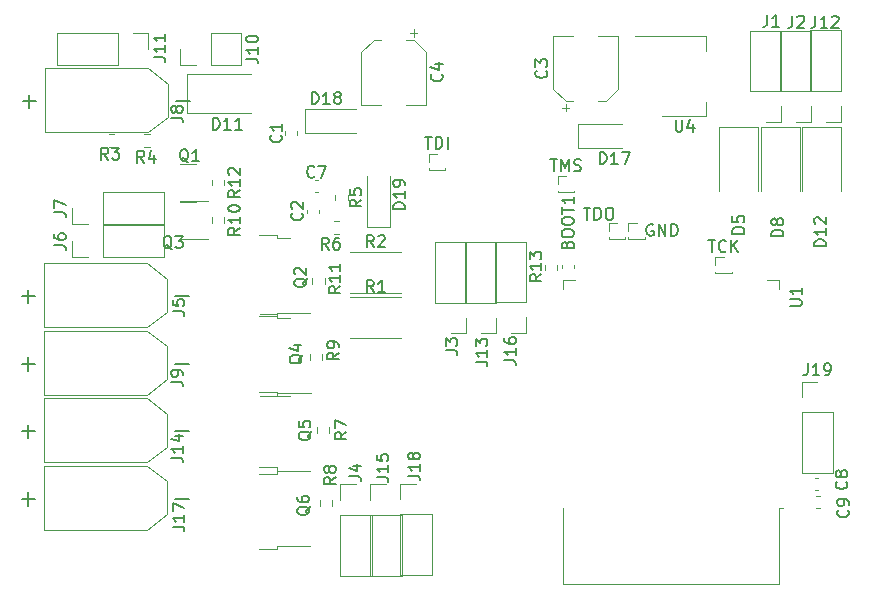
<source format=gbr>
%TF.GenerationSoftware,KiCad,Pcbnew,(6.0.9)*%
%TF.CreationDate,2023-02-03T20:00:34+01:00*%
%TF.ProjectId,jf-ecu32,6a662d65-6375-4333-922e-6b696361645f,rev?*%
%TF.SameCoordinates,Original*%
%TF.FileFunction,Legend,Top*%
%TF.FilePolarity,Positive*%
%FSLAX46Y46*%
G04 Gerber Fmt 4.6, Leading zero omitted, Abs format (unit mm)*
G04 Created by KiCad (PCBNEW (6.0.9)) date 2023-02-03 20:00:34*
%MOMM*%
%LPD*%
G01*
G04 APERTURE LIST*
%ADD10C,0.150000*%
%ADD11C,0.120000*%
G04 APERTURE END LIST*
D10*
%TO.C,GND*%
X66675095Y-168029000D02*
X66579857Y-167981380D01*
X66437000Y-167981380D01*
X66294142Y-168029000D01*
X66198904Y-168124238D01*
X66151285Y-168219476D01*
X66103666Y-168409952D01*
X66103666Y-168552809D01*
X66151285Y-168743285D01*
X66198904Y-168838523D01*
X66294142Y-168933761D01*
X66437000Y-168981380D01*
X66532238Y-168981380D01*
X66675095Y-168933761D01*
X66722714Y-168886142D01*
X66722714Y-168552809D01*
X66532238Y-168552809D01*
X67151285Y-168981380D02*
X67151285Y-167981380D01*
X67722714Y-168981380D01*
X67722714Y-167981380D01*
X68198904Y-168981380D02*
X68198904Y-167981380D01*
X68437000Y-167981380D01*
X68579857Y-168029000D01*
X68675095Y-168124238D01*
X68722714Y-168219476D01*
X68770333Y-168409952D01*
X68770333Y-168552809D01*
X68722714Y-168743285D01*
X68675095Y-168838523D01*
X68579857Y-168933761D01*
X68437000Y-168981380D01*
X68198904Y-168981380D01*
%TO.C,Q5*%
X37758619Y-185515238D02*
X37711000Y-185610476D01*
X37615761Y-185705714D01*
X37472904Y-185848571D01*
X37425285Y-185943809D01*
X37425285Y-186039047D01*
X37663380Y-185991428D02*
X37615761Y-186086666D01*
X37520523Y-186181904D01*
X37330047Y-186229523D01*
X36996714Y-186229523D01*
X36806238Y-186181904D01*
X36711000Y-186086666D01*
X36663380Y-185991428D01*
X36663380Y-185800952D01*
X36711000Y-185705714D01*
X36806238Y-185610476D01*
X36996714Y-185562857D01*
X37330047Y-185562857D01*
X37520523Y-185610476D01*
X37615761Y-185705714D01*
X37663380Y-185800952D01*
X37663380Y-185991428D01*
X36663380Y-184658095D02*
X36663380Y-185134285D01*
X37139571Y-185181904D01*
X37091952Y-185134285D01*
X37044333Y-185039047D01*
X37044333Y-184800952D01*
X37091952Y-184705714D01*
X37139571Y-184658095D01*
X37234809Y-184610476D01*
X37472904Y-184610476D01*
X37568142Y-184658095D01*
X37615761Y-184705714D01*
X37663380Y-184800952D01*
X37663380Y-185039047D01*
X37615761Y-185134285D01*
X37568142Y-185181904D01*
%TO.C,TCK*%
X71358285Y-169342380D02*
X71929714Y-169342380D01*
X71644000Y-170342380D02*
X71644000Y-169342380D01*
X72834476Y-170247142D02*
X72786857Y-170294761D01*
X72644000Y-170342380D01*
X72548761Y-170342380D01*
X72405904Y-170294761D01*
X72310666Y-170199523D01*
X72263047Y-170104285D01*
X72215428Y-169913809D01*
X72215428Y-169770952D01*
X72263047Y-169580476D01*
X72310666Y-169485238D01*
X72405904Y-169390000D01*
X72548761Y-169342380D01*
X72644000Y-169342380D01*
X72786857Y-169390000D01*
X72834476Y-169437619D01*
X73263047Y-170342380D02*
X73263047Y-169342380D01*
X73834476Y-170342380D02*
X73405904Y-169770952D01*
X73834476Y-169342380D02*
X73263047Y-169913809D01*
%TO.C,Q6*%
X37631619Y-191865238D02*
X37584000Y-191960476D01*
X37488761Y-192055714D01*
X37345904Y-192198571D01*
X37298285Y-192293809D01*
X37298285Y-192389047D01*
X37536380Y-192341428D02*
X37488761Y-192436666D01*
X37393523Y-192531904D01*
X37203047Y-192579523D01*
X36869714Y-192579523D01*
X36679238Y-192531904D01*
X36584000Y-192436666D01*
X36536380Y-192341428D01*
X36536380Y-192150952D01*
X36584000Y-192055714D01*
X36679238Y-191960476D01*
X36869714Y-191912857D01*
X37203047Y-191912857D01*
X37393523Y-191960476D01*
X37488761Y-192055714D01*
X37536380Y-192150952D01*
X37536380Y-192341428D01*
X36536380Y-191055714D02*
X36536380Y-191246190D01*
X36584000Y-191341428D01*
X36631619Y-191389047D01*
X36774476Y-191484285D01*
X36964952Y-191531904D01*
X37345904Y-191531904D01*
X37441142Y-191484285D01*
X37488761Y-191436666D01*
X37536380Y-191341428D01*
X37536380Y-191150952D01*
X37488761Y-191055714D01*
X37441142Y-191008095D01*
X37345904Y-190960476D01*
X37107809Y-190960476D01*
X37012571Y-191008095D01*
X36964952Y-191055714D01*
X36917333Y-191150952D01*
X36917333Y-191341428D01*
X36964952Y-191436666D01*
X37012571Y-191484285D01*
X37107809Y-191531904D01*
%TO.C,R4*%
X23582333Y-162758380D02*
X23249000Y-162282190D01*
X23010904Y-162758380D02*
X23010904Y-161758380D01*
X23391857Y-161758380D01*
X23487095Y-161806000D01*
X23534714Y-161853619D01*
X23582333Y-161948857D01*
X23582333Y-162091714D01*
X23534714Y-162186952D01*
X23487095Y-162234571D01*
X23391857Y-162282190D01*
X23010904Y-162282190D01*
X24439476Y-162091714D02*
X24439476Y-162758380D01*
X24201380Y-161710761D02*
X23963285Y-162425047D01*
X24582333Y-162425047D01*
%TO.C,C2*%
X36933142Y-167044666D02*
X36980761Y-167092285D01*
X37028380Y-167235142D01*
X37028380Y-167330380D01*
X36980761Y-167473238D01*
X36885523Y-167568476D01*
X36790285Y-167616095D01*
X36599809Y-167663714D01*
X36456952Y-167663714D01*
X36266476Y-167616095D01*
X36171238Y-167568476D01*
X36076000Y-167473238D01*
X36028380Y-167330380D01*
X36028380Y-167235142D01*
X36076000Y-167092285D01*
X36123619Y-167044666D01*
X36123619Y-166663714D02*
X36076000Y-166616095D01*
X36028380Y-166520857D01*
X36028380Y-166282761D01*
X36076000Y-166187523D01*
X36123619Y-166139904D01*
X36218857Y-166092285D01*
X36314095Y-166092285D01*
X36456952Y-166139904D01*
X37028380Y-166711333D01*
X37028380Y-166092285D01*
%TO.C,BOOT1*%
X59415371Y-169701933D02*
X59462990Y-169559076D01*
X59510609Y-169511457D01*
X59605847Y-169463838D01*
X59748704Y-169463838D01*
X59843942Y-169511457D01*
X59891561Y-169559076D01*
X59939180Y-169654314D01*
X59939180Y-170035266D01*
X58939180Y-170035266D01*
X58939180Y-169701933D01*
X58986800Y-169606695D01*
X59034419Y-169559076D01*
X59129657Y-169511457D01*
X59224895Y-169511457D01*
X59320133Y-169559076D01*
X59367752Y-169606695D01*
X59415371Y-169701933D01*
X59415371Y-170035266D01*
X58939180Y-168844790D02*
X58939180Y-168654314D01*
X58986800Y-168559076D01*
X59082038Y-168463838D01*
X59272514Y-168416219D01*
X59605847Y-168416219D01*
X59796323Y-168463838D01*
X59891561Y-168559076D01*
X59939180Y-168654314D01*
X59939180Y-168844790D01*
X59891561Y-168940028D01*
X59796323Y-169035266D01*
X59605847Y-169082885D01*
X59272514Y-169082885D01*
X59082038Y-169035266D01*
X58986800Y-168940028D01*
X58939180Y-168844790D01*
X58939180Y-167797171D02*
X58939180Y-167606695D01*
X58986800Y-167511457D01*
X59082038Y-167416219D01*
X59272514Y-167368600D01*
X59605847Y-167368600D01*
X59796323Y-167416219D01*
X59891561Y-167511457D01*
X59939180Y-167606695D01*
X59939180Y-167797171D01*
X59891561Y-167892409D01*
X59796323Y-167987647D01*
X59605847Y-168035266D01*
X59272514Y-168035266D01*
X59082038Y-167987647D01*
X58986800Y-167892409D01*
X58939180Y-167797171D01*
X58939180Y-167082885D02*
X58939180Y-166511457D01*
X59939180Y-166797171D02*
X58939180Y-166797171D01*
X59939180Y-165654314D02*
X59939180Y-166225742D01*
X59939180Y-165940028D02*
X58939180Y-165940028D01*
X59082038Y-166035266D01*
X59177276Y-166130504D01*
X59224895Y-166225742D01*
%TO.C,C7*%
X37996533Y-163933142D02*
X37948914Y-163980761D01*
X37806057Y-164028380D01*
X37710819Y-164028380D01*
X37567961Y-163980761D01*
X37472723Y-163885523D01*
X37425104Y-163790285D01*
X37377485Y-163599809D01*
X37377485Y-163456952D01*
X37425104Y-163266476D01*
X37472723Y-163171238D01*
X37567961Y-163076000D01*
X37710819Y-163028380D01*
X37806057Y-163028380D01*
X37948914Y-163076000D01*
X37996533Y-163123619D01*
X38329866Y-163028380D02*
X38996533Y-163028380D01*
X38567961Y-164028380D01*
%TO.C,C4*%
X48761142Y-155274666D02*
X48808761Y-155322285D01*
X48856380Y-155465142D01*
X48856380Y-155560380D01*
X48808761Y-155703238D01*
X48713523Y-155798476D01*
X48618285Y-155846095D01*
X48427809Y-155893714D01*
X48284952Y-155893714D01*
X48094476Y-155846095D01*
X47999238Y-155798476D01*
X47904000Y-155703238D01*
X47856380Y-155560380D01*
X47856380Y-155465142D01*
X47904000Y-155322285D01*
X47951619Y-155274666D01*
X48189714Y-154417523D02*
X48856380Y-154417523D01*
X47808761Y-154655619D02*
X48523047Y-154893714D01*
X48523047Y-154274666D01*
%TO.C,J16*%
X54062380Y-179498523D02*
X54776666Y-179498523D01*
X54919523Y-179546142D01*
X55014761Y-179641380D01*
X55062380Y-179784238D01*
X55062380Y-179879476D01*
X55062380Y-178498523D02*
X55062380Y-179069952D01*
X55062380Y-178784238D02*
X54062380Y-178784238D01*
X54205238Y-178879476D01*
X54300476Y-178974714D01*
X54348095Y-179069952D01*
X54062380Y-177641380D02*
X54062380Y-177831857D01*
X54110000Y-177927095D01*
X54157619Y-177974714D01*
X54300476Y-178069952D01*
X54490952Y-178117571D01*
X54871904Y-178117571D01*
X54967142Y-178069952D01*
X55014761Y-178022333D01*
X55062380Y-177927095D01*
X55062380Y-177736619D01*
X55014761Y-177641380D01*
X54967142Y-177593761D01*
X54871904Y-177546142D01*
X54633809Y-177546142D01*
X54538571Y-177593761D01*
X54490952Y-177641380D01*
X54443333Y-177736619D01*
X54443333Y-177927095D01*
X54490952Y-178022333D01*
X54538571Y-178069952D01*
X54633809Y-178117571D01*
%TO.C,TDI*%
X47363190Y-160579380D02*
X47934619Y-160579380D01*
X47648904Y-161579380D02*
X47648904Y-160579380D01*
X48267952Y-161579380D02*
X48267952Y-160579380D01*
X48506047Y-160579380D01*
X48648904Y-160627000D01*
X48744142Y-160722238D01*
X48791761Y-160817476D01*
X48839380Y-161007952D01*
X48839380Y-161150809D01*
X48791761Y-161341285D01*
X48744142Y-161436523D01*
X48648904Y-161531761D01*
X48506047Y-161579380D01*
X48267952Y-161579380D01*
X49267952Y-161579380D02*
X49267952Y-160579380D01*
%TO.C,D17*%
X62158714Y-162885380D02*
X62158714Y-161885380D01*
X62396809Y-161885380D01*
X62539666Y-161933000D01*
X62634904Y-162028238D01*
X62682523Y-162123476D01*
X62730142Y-162313952D01*
X62730142Y-162456809D01*
X62682523Y-162647285D01*
X62634904Y-162742523D01*
X62539666Y-162837761D01*
X62396809Y-162885380D01*
X62158714Y-162885380D01*
X63682523Y-162885380D02*
X63111095Y-162885380D01*
X63396809Y-162885380D02*
X63396809Y-161885380D01*
X63301571Y-162028238D01*
X63206333Y-162123476D01*
X63111095Y-162171095D01*
X64015857Y-161885380D02*
X64682523Y-161885380D01*
X64253952Y-162885380D01*
%TO.C,J19*%
X79759276Y-179773780D02*
X79759276Y-180488066D01*
X79711657Y-180630923D01*
X79616419Y-180726161D01*
X79473561Y-180773780D01*
X79378323Y-180773780D01*
X80759276Y-180773780D02*
X80187847Y-180773780D01*
X80473561Y-180773780D02*
X80473561Y-179773780D01*
X80378323Y-179916638D01*
X80283085Y-180011876D01*
X80187847Y-180059495D01*
X81235466Y-180773780D02*
X81425942Y-180773780D01*
X81521180Y-180726161D01*
X81568800Y-180678542D01*
X81664038Y-180535685D01*
X81711657Y-180345209D01*
X81711657Y-179964257D01*
X81664038Y-179869019D01*
X81616419Y-179821400D01*
X81521180Y-179773780D01*
X81330704Y-179773780D01*
X81235466Y-179821400D01*
X81187847Y-179869019D01*
X81140228Y-179964257D01*
X81140228Y-180202352D01*
X81187847Y-180297590D01*
X81235466Y-180345209D01*
X81330704Y-180392828D01*
X81521180Y-180392828D01*
X81616419Y-180345209D01*
X81664038Y-180297590D01*
X81711657Y-180202352D01*
%TO.C,R3*%
X20534333Y-162504380D02*
X20201000Y-162028190D01*
X19962904Y-162504380D02*
X19962904Y-161504380D01*
X20343857Y-161504380D01*
X20439095Y-161552000D01*
X20486714Y-161599619D01*
X20534333Y-161694857D01*
X20534333Y-161837714D01*
X20486714Y-161932952D01*
X20439095Y-161980571D01*
X20343857Y-162028190D01*
X19962904Y-162028190D01*
X20867666Y-161504380D02*
X21486714Y-161504380D01*
X21153380Y-161885333D01*
X21296238Y-161885333D01*
X21391476Y-161932952D01*
X21439095Y-161980571D01*
X21486714Y-162075809D01*
X21486714Y-162313904D01*
X21439095Y-162409142D01*
X21391476Y-162456761D01*
X21296238Y-162504380D01*
X21010523Y-162504380D01*
X20915285Y-162456761D01*
X20867666Y-162409142D01*
%TO.C,R11*%
X40203380Y-173235857D02*
X39727190Y-173569190D01*
X40203380Y-173807285D02*
X39203380Y-173807285D01*
X39203380Y-173426333D01*
X39251000Y-173331095D01*
X39298619Y-173283476D01*
X39393857Y-173235857D01*
X39536714Y-173235857D01*
X39631952Y-173283476D01*
X39679571Y-173331095D01*
X39727190Y-173426333D01*
X39727190Y-173807285D01*
X40203380Y-172283476D02*
X40203380Y-172854904D01*
X40203380Y-172569190D02*
X39203380Y-172569190D01*
X39346238Y-172664428D01*
X39441476Y-172759666D01*
X39489095Y-172854904D01*
X40203380Y-171331095D02*
X40203380Y-171902523D01*
X40203380Y-171616809D02*
X39203380Y-171616809D01*
X39346238Y-171712047D01*
X39441476Y-171807285D01*
X39489095Y-171902523D01*
%TO.C,J18*%
X45934380Y-189277523D02*
X46648666Y-189277523D01*
X46791523Y-189325142D01*
X46886761Y-189420380D01*
X46934380Y-189563238D01*
X46934380Y-189658476D01*
X46934380Y-188277523D02*
X46934380Y-188848952D01*
X46934380Y-188563238D02*
X45934380Y-188563238D01*
X46077238Y-188658476D01*
X46172476Y-188753714D01*
X46220095Y-188848952D01*
X46362952Y-187706095D02*
X46315333Y-187801333D01*
X46267714Y-187848952D01*
X46172476Y-187896571D01*
X46124857Y-187896571D01*
X46029619Y-187848952D01*
X45982000Y-187801333D01*
X45934380Y-187706095D01*
X45934380Y-187515619D01*
X45982000Y-187420380D01*
X46029619Y-187372761D01*
X46124857Y-187325142D01*
X46172476Y-187325142D01*
X46267714Y-187372761D01*
X46315333Y-187420380D01*
X46362952Y-187515619D01*
X46362952Y-187706095D01*
X46410571Y-187801333D01*
X46458190Y-187848952D01*
X46553428Y-187896571D01*
X46743904Y-187896571D01*
X46839142Y-187848952D01*
X46886761Y-187801333D01*
X46934380Y-187706095D01*
X46934380Y-187515619D01*
X46886761Y-187420380D01*
X46839142Y-187372761D01*
X46743904Y-187325142D01*
X46553428Y-187325142D01*
X46458190Y-187372761D01*
X46410571Y-187420380D01*
X46362952Y-187515619D01*
%TO.C,J7*%
X15933380Y-166957333D02*
X16647666Y-166957333D01*
X16790523Y-167004952D01*
X16885761Y-167100190D01*
X16933380Y-167243047D01*
X16933380Y-167338285D01*
X15933380Y-166576380D02*
X15933380Y-165909714D01*
X16933380Y-166338285D01*
%TO.C,D12*%
X81325980Y-169844885D02*
X80325980Y-169844885D01*
X80325980Y-169606790D01*
X80373600Y-169463933D01*
X80468838Y-169368695D01*
X80564076Y-169321076D01*
X80754552Y-169273457D01*
X80897409Y-169273457D01*
X81087885Y-169321076D01*
X81183123Y-169368695D01*
X81278361Y-169463933D01*
X81325980Y-169606790D01*
X81325980Y-169844885D01*
X81325980Y-168321076D02*
X81325980Y-168892504D01*
X81325980Y-168606790D02*
X80325980Y-168606790D01*
X80468838Y-168702028D01*
X80564076Y-168797266D01*
X80611695Y-168892504D01*
X80421219Y-167940123D02*
X80373600Y-167892504D01*
X80325980Y-167797266D01*
X80325980Y-167559171D01*
X80373600Y-167463933D01*
X80421219Y-167416314D01*
X80516457Y-167368695D01*
X80611695Y-167368695D01*
X80754552Y-167416314D01*
X81325980Y-167987742D01*
X81325980Y-167368695D01*
%TO.C,J4*%
X40955980Y-189320733D02*
X41670266Y-189320733D01*
X41813123Y-189368352D01*
X41908361Y-189463590D01*
X41955980Y-189606447D01*
X41955980Y-189701685D01*
X41289314Y-188415971D02*
X41955980Y-188415971D01*
X40908361Y-188654066D02*
X41622647Y-188892161D01*
X41622647Y-188273114D01*
%TO.C,J15*%
X43267380Y-189404523D02*
X43981666Y-189404523D01*
X44124523Y-189452142D01*
X44219761Y-189547380D01*
X44267380Y-189690238D01*
X44267380Y-189785476D01*
X44267380Y-188404523D02*
X44267380Y-188975952D01*
X44267380Y-188690238D02*
X43267380Y-188690238D01*
X43410238Y-188785476D01*
X43505476Y-188880714D01*
X43553095Y-188975952D01*
X43267380Y-187499761D02*
X43267380Y-187975952D01*
X43743571Y-188023571D01*
X43695952Y-187975952D01*
X43648333Y-187880714D01*
X43648333Y-187642619D01*
X43695952Y-187547380D01*
X43743571Y-187499761D01*
X43838809Y-187452142D01*
X44076904Y-187452142D01*
X44172142Y-187499761D01*
X44219761Y-187547380D01*
X44267380Y-187642619D01*
X44267380Y-187880714D01*
X44219761Y-187975952D01*
X44172142Y-188023571D01*
%TO.C,J10*%
X32218380Y-153971523D02*
X32932666Y-153971523D01*
X33075523Y-154019142D01*
X33170761Y-154114380D01*
X33218380Y-154257238D01*
X33218380Y-154352476D01*
X33218380Y-152971523D02*
X33218380Y-153542952D01*
X33218380Y-153257238D02*
X32218380Y-153257238D01*
X32361238Y-153352476D01*
X32456476Y-153447714D01*
X32504095Y-153542952D01*
X32218380Y-152352476D02*
X32218380Y-152257238D01*
X32266000Y-152162000D01*
X32313619Y-152114380D01*
X32408857Y-152066761D01*
X32599333Y-152019142D01*
X32837428Y-152019142D01*
X33027904Y-152066761D01*
X33123142Y-152114380D01*
X33170761Y-152162000D01*
X33218380Y-152257238D01*
X33218380Y-152352476D01*
X33170761Y-152447714D01*
X33123142Y-152495333D01*
X33027904Y-152542952D01*
X32837428Y-152590571D01*
X32599333Y-152590571D01*
X32408857Y-152542952D01*
X32313619Y-152495333D01*
X32266000Y-152447714D01*
X32218380Y-152352476D01*
%TO.C,R7*%
X40711380Y-185586666D02*
X40235190Y-185920000D01*
X40711380Y-186158095D02*
X39711380Y-186158095D01*
X39711380Y-185777142D01*
X39759000Y-185681904D01*
X39806619Y-185634285D01*
X39901857Y-185586666D01*
X40044714Y-185586666D01*
X40139952Y-185634285D01*
X40187571Y-185681904D01*
X40235190Y-185777142D01*
X40235190Y-186158095D01*
X39711380Y-185253333D02*
X39711380Y-184586666D01*
X40711380Y-185015238D01*
%TO.C,TMS*%
X57975666Y-162484380D02*
X58547095Y-162484380D01*
X58261380Y-163484380D02*
X58261380Y-162484380D01*
X58880428Y-163484380D02*
X58880428Y-162484380D01*
X59213761Y-163198666D01*
X59547095Y-162484380D01*
X59547095Y-163484380D01*
X59975666Y-163436761D02*
X60118523Y-163484380D01*
X60356619Y-163484380D01*
X60451857Y-163436761D01*
X60499476Y-163389142D01*
X60547095Y-163293904D01*
X60547095Y-163198666D01*
X60499476Y-163103428D01*
X60451857Y-163055809D01*
X60356619Y-163008190D01*
X60166142Y-162960571D01*
X60070904Y-162912952D01*
X60023285Y-162865333D01*
X59975666Y-162770095D01*
X59975666Y-162674857D01*
X60023285Y-162579619D01*
X60070904Y-162532000D01*
X60166142Y-162484380D01*
X60404238Y-162484380D01*
X60547095Y-162532000D01*
%TO.C,R12*%
X31694380Y-165107857D02*
X31218190Y-165441190D01*
X31694380Y-165679285D02*
X30694380Y-165679285D01*
X30694380Y-165298333D01*
X30742000Y-165203095D01*
X30789619Y-165155476D01*
X30884857Y-165107857D01*
X31027714Y-165107857D01*
X31122952Y-165155476D01*
X31170571Y-165203095D01*
X31218190Y-165298333D01*
X31218190Y-165679285D01*
X31694380Y-164155476D02*
X31694380Y-164726904D01*
X31694380Y-164441190D02*
X30694380Y-164441190D01*
X30837238Y-164536428D01*
X30932476Y-164631666D01*
X30980095Y-164726904D01*
X30789619Y-163774523D02*
X30742000Y-163726904D01*
X30694380Y-163631666D01*
X30694380Y-163393571D01*
X30742000Y-163298333D01*
X30789619Y-163250714D01*
X30884857Y-163203095D01*
X30980095Y-163203095D01*
X31122952Y-163250714D01*
X31694380Y-163822142D01*
X31694380Y-163203095D01*
%TO.C,J9*%
X25868380Y-181308333D02*
X26582666Y-181308333D01*
X26725523Y-181355952D01*
X26820761Y-181451190D01*
X26868380Y-181594047D01*
X26868380Y-181689285D01*
X26868380Y-180784523D02*
X26868380Y-180594047D01*
X26820761Y-180498809D01*
X26773142Y-180451190D01*
X26630285Y-180355952D01*
X26439809Y-180308333D01*
X26058857Y-180308333D01*
X25963619Y-180355952D01*
X25916000Y-180403571D01*
X25868380Y-180498809D01*
X25868380Y-180689285D01*
X25916000Y-180784523D01*
X25963619Y-180832142D01*
X26058857Y-180879761D01*
X26296952Y-180879761D01*
X26392190Y-180832142D01*
X26439809Y-180784523D01*
X26487428Y-180689285D01*
X26487428Y-180498809D01*
X26439809Y-180403571D01*
X26392190Y-180355952D01*
X26296952Y-180308333D01*
X13208571Y-179812142D02*
X14351428Y-179812142D01*
X13780000Y-180383571D02*
X13780000Y-179240714D01*
X26208571Y-179812142D02*
X27351428Y-179812142D01*
%TO.C,Q4*%
X36996619Y-179038238D02*
X36949000Y-179133476D01*
X36853761Y-179228714D01*
X36710904Y-179371571D01*
X36663285Y-179466809D01*
X36663285Y-179562047D01*
X36901380Y-179514428D02*
X36853761Y-179609666D01*
X36758523Y-179704904D01*
X36568047Y-179752523D01*
X36234714Y-179752523D01*
X36044238Y-179704904D01*
X35949000Y-179609666D01*
X35901380Y-179514428D01*
X35901380Y-179323952D01*
X35949000Y-179228714D01*
X36044238Y-179133476D01*
X36234714Y-179085857D01*
X36568047Y-179085857D01*
X36758523Y-179133476D01*
X36853761Y-179228714D01*
X36901380Y-179323952D01*
X36901380Y-179514428D01*
X36234714Y-178228714D02*
X36901380Y-178228714D01*
X35853761Y-178466809D02*
X36568047Y-178704904D01*
X36568047Y-178085857D01*
%TO.C,R2*%
X43013333Y-169917380D02*
X42680000Y-169441190D01*
X42441904Y-169917380D02*
X42441904Y-168917380D01*
X42822857Y-168917380D01*
X42918095Y-168965000D01*
X42965714Y-169012619D01*
X43013333Y-169107857D01*
X43013333Y-169250714D01*
X42965714Y-169345952D01*
X42918095Y-169393571D01*
X42822857Y-169441190D01*
X42441904Y-169441190D01*
X43394285Y-169012619D02*
X43441904Y-168965000D01*
X43537142Y-168917380D01*
X43775238Y-168917380D01*
X43870476Y-168965000D01*
X43918095Y-169012619D01*
X43965714Y-169107857D01*
X43965714Y-169203095D01*
X43918095Y-169345952D01*
X43346666Y-169917380D01*
X43965714Y-169917380D01*
%TO.C,D11*%
X29392714Y-159964380D02*
X29392714Y-158964380D01*
X29630809Y-158964380D01*
X29773666Y-159012000D01*
X29868904Y-159107238D01*
X29916523Y-159202476D01*
X29964142Y-159392952D01*
X29964142Y-159535809D01*
X29916523Y-159726285D01*
X29868904Y-159821523D01*
X29773666Y-159916761D01*
X29630809Y-159964380D01*
X29392714Y-159964380D01*
X30916523Y-159964380D02*
X30345095Y-159964380D01*
X30630809Y-159964380D02*
X30630809Y-158964380D01*
X30535571Y-159107238D01*
X30440333Y-159202476D01*
X30345095Y-159250095D01*
X31868904Y-159964380D02*
X31297476Y-159964380D01*
X31583190Y-159964380D02*
X31583190Y-158964380D01*
X31487952Y-159107238D01*
X31392714Y-159202476D01*
X31297476Y-159250095D01*
%TO.C,J6*%
X15933380Y-169751333D02*
X16647666Y-169751333D01*
X16790523Y-169798952D01*
X16885761Y-169894190D01*
X16933380Y-170037047D01*
X16933380Y-170132285D01*
X15933380Y-168846571D02*
X15933380Y-169037047D01*
X15981000Y-169132285D01*
X16028619Y-169179904D01*
X16171476Y-169275142D01*
X16361952Y-169322761D01*
X16742904Y-169322761D01*
X16838142Y-169275142D01*
X16885761Y-169227523D01*
X16933380Y-169132285D01*
X16933380Y-168941809D01*
X16885761Y-168846571D01*
X16838142Y-168798952D01*
X16742904Y-168751333D01*
X16504809Y-168751333D01*
X16409571Y-168798952D01*
X16361952Y-168846571D01*
X16314333Y-168941809D01*
X16314333Y-169132285D01*
X16361952Y-169227523D01*
X16409571Y-169275142D01*
X16504809Y-169322761D01*
%TO.C,D18*%
X37774714Y-157805380D02*
X37774714Y-156805380D01*
X38012809Y-156805380D01*
X38155666Y-156853000D01*
X38250904Y-156948238D01*
X38298523Y-157043476D01*
X38346142Y-157233952D01*
X38346142Y-157376809D01*
X38298523Y-157567285D01*
X38250904Y-157662523D01*
X38155666Y-157757761D01*
X38012809Y-157805380D01*
X37774714Y-157805380D01*
X39298523Y-157805380D02*
X38727095Y-157805380D01*
X39012809Y-157805380D02*
X39012809Y-156805380D01*
X38917571Y-156948238D01*
X38822333Y-157043476D01*
X38727095Y-157091095D01*
X39869952Y-157233952D02*
X39774714Y-157186333D01*
X39727095Y-157138714D01*
X39679476Y-157043476D01*
X39679476Y-156995857D01*
X39727095Y-156900619D01*
X39774714Y-156853000D01*
X39869952Y-156805380D01*
X40060428Y-156805380D01*
X40155666Y-156853000D01*
X40203285Y-156900619D01*
X40250904Y-156995857D01*
X40250904Y-157043476D01*
X40203285Y-157138714D01*
X40155666Y-157186333D01*
X40060428Y-157233952D01*
X39869952Y-157233952D01*
X39774714Y-157281571D01*
X39727095Y-157329190D01*
X39679476Y-157424428D01*
X39679476Y-157614904D01*
X39727095Y-157710142D01*
X39774714Y-157757761D01*
X39869952Y-157805380D01*
X40060428Y-157805380D01*
X40155666Y-157757761D01*
X40203285Y-157710142D01*
X40250904Y-157614904D01*
X40250904Y-157424428D01*
X40203285Y-157329190D01*
X40155666Y-157281571D01*
X40060428Y-157233952D01*
%TO.C,J3*%
X49109380Y-178641333D02*
X49823666Y-178641333D01*
X49966523Y-178688952D01*
X50061761Y-178784190D01*
X50109380Y-178927047D01*
X50109380Y-179022285D01*
X49109380Y-178260380D02*
X49109380Y-177641333D01*
X49490333Y-177974666D01*
X49490333Y-177831809D01*
X49537952Y-177736571D01*
X49585571Y-177688952D01*
X49680809Y-177641333D01*
X49918904Y-177641333D01*
X50014142Y-177688952D01*
X50061761Y-177736571D01*
X50109380Y-177831809D01*
X50109380Y-178117523D01*
X50061761Y-178212761D01*
X50014142Y-178260380D01*
%TO.C,Q2*%
X37377619Y-172561238D02*
X37330000Y-172656476D01*
X37234761Y-172751714D01*
X37091904Y-172894571D01*
X37044285Y-172989809D01*
X37044285Y-173085047D01*
X37282380Y-173037428D02*
X37234761Y-173132666D01*
X37139523Y-173227904D01*
X36949047Y-173275523D01*
X36615714Y-173275523D01*
X36425238Y-173227904D01*
X36330000Y-173132666D01*
X36282380Y-173037428D01*
X36282380Y-172846952D01*
X36330000Y-172751714D01*
X36425238Y-172656476D01*
X36615714Y-172608857D01*
X36949047Y-172608857D01*
X37139523Y-172656476D01*
X37234761Y-172751714D01*
X37282380Y-172846952D01*
X37282380Y-173037428D01*
X36377619Y-172227904D02*
X36330000Y-172180285D01*
X36282380Y-172085047D01*
X36282380Y-171846952D01*
X36330000Y-171751714D01*
X36377619Y-171704095D01*
X36472857Y-171656476D01*
X36568095Y-171656476D01*
X36710952Y-171704095D01*
X37282380Y-172275523D01*
X37282380Y-171656476D01*
%TO.C,J8*%
X25868380Y-158956333D02*
X26582666Y-158956333D01*
X26725523Y-159003952D01*
X26820761Y-159099190D01*
X26868380Y-159242047D01*
X26868380Y-159337285D01*
X26296952Y-158337285D02*
X26249333Y-158432523D01*
X26201714Y-158480142D01*
X26106476Y-158527761D01*
X26058857Y-158527761D01*
X25963619Y-158480142D01*
X25916000Y-158432523D01*
X25868380Y-158337285D01*
X25868380Y-158146809D01*
X25916000Y-158051571D01*
X25963619Y-158003952D01*
X26058857Y-157956333D01*
X26106476Y-157956333D01*
X26201714Y-158003952D01*
X26249333Y-158051571D01*
X26296952Y-158146809D01*
X26296952Y-158337285D01*
X26344571Y-158432523D01*
X26392190Y-158480142D01*
X26487428Y-158527761D01*
X26677904Y-158527761D01*
X26773142Y-158480142D01*
X26820761Y-158432523D01*
X26868380Y-158337285D01*
X26868380Y-158146809D01*
X26820761Y-158051571D01*
X26773142Y-158003952D01*
X26677904Y-157956333D01*
X26487428Y-157956333D01*
X26392190Y-158003952D01*
X26344571Y-158051571D01*
X26296952Y-158146809D01*
X13288571Y-157587142D02*
X14431428Y-157587142D01*
X13860000Y-158158571D02*
X13860000Y-157015714D01*
X26288571Y-157587142D02*
X27431428Y-157587142D01*
%TO.C,R10*%
X31694380Y-168282857D02*
X31218190Y-168616190D01*
X31694380Y-168854285D02*
X30694380Y-168854285D01*
X30694380Y-168473333D01*
X30742000Y-168378095D01*
X30789619Y-168330476D01*
X30884857Y-168282857D01*
X31027714Y-168282857D01*
X31122952Y-168330476D01*
X31170571Y-168378095D01*
X31218190Y-168473333D01*
X31218190Y-168854285D01*
X31694380Y-167330476D02*
X31694380Y-167901904D01*
X31694380Y-167616190D02*
X30694380Y-167616190D01*
X30837238Y-167711428D01*
X30932476Y-167806666D01*
X30980095Y-167901904D01*
X30694380Y-166711428D02*
X30694380Y-166616190D01*
X30742000Y-166520952D01*
X30789619Y-166473333D01*
X30884857Y-166425714D01*
X31075333Y-166378095D01*
X31313428Y-166378095D01*
X31503904Y-166425714D01*
X31599142Y-166473333D01*
X31646761Y-166520952D01*
X31694380Y-166616190D01*
X31694380Y-166711428D01*
X31646761Y-166806666D01*
X31599142Y-166854285D01*
X31503904Y-166901904D01*
X31313428Y-166949523D01*
X31075333Y-166949523D01*
X30884857Y-166901904D01*
X30789619Y-166854285D01*
X30742000Y-166806666D01*
X30694380Y-166711428D01*
%TO.C,D19*%
X45664380Y-166695285D02*
X44664380Y-166695285D01*
X44664380Y-166457190D01*
X44712000Y-166314333D01*
X44807238Y-166219095D01*
X44902476Y-166171476D01*
X45092952Y-166123857D01*
X45235809Y-166123857D01*
X45426285Y-166171476D01*
X45521523Y-166219095D01*
X45616761Y-166314333D01*
X45664380Y-166457190D01*
X45664380Y-166695285D01*
X45664380Y-165171476D02*
X45664380Y-165742904D01*
X45664380Y-165457190D02*
X44664380Y-165457190D01*
X44807238Y-165552428D01*
X44902476Y-165647666D01*
X44950095Y-165742904D01*
X45664380Y-164695285D02*
X45664380Y-164504809D01*
X45616761Y-164409571D01*
X45569142Y-164361952D01*
X45426285Y-164266714D01*
X45235809Y-164219095D01*
X44854857Y-164219095D01*
X44759619Y-164266714D01*
X44712000Y-164314333D01*
X44664380Y-164409571D01*
X44664380Y-164600047D01*
X44712000Y-164695285D01*
X44759619Y-164742904D01*
X44854857Y-164790523D01*
X45092952Y-164790523D01*
X45188190Y-164742904D01*
X45235809Y-164695285D01*
X45283428Y-164600047D01*
X45283428Y-164409571D01*
X45235809Y-164314333D01*
X45188190Y-164266714D01*
X45092952Y-164219095D01*
%TO.C,R1*%
X43013333Y-173727380D02*
X42680000Y-173251190D01*
X42441904Y-173727380D02*
X42441904Y-172727380D01*
X42822857Y-172727380D01*
X42918095Y-172775000D01*
X42965714Y-172822619D01*
X43013333Y-172917857D01*
X43013333Y-173060714D01*
X42965714Y-173155952D01*
X42918095Y-173203571D01*
X42822857Y-173251190D01*
X42441904Y-173251190D01*
X43965714Y-173727380D02*
X43394285Y-173727380D01*
X43680000Y-173727380D02*
X43680000Y-172727380D01*
X43584761Y-172870238D01*
X43489523Y-172965476D01*
X43394285Y-173013095D01*
%TO.C,R6*%
X39203333Y-170124380D02*
X38870000Y-169648190D01*
X38631904Y-170124380D02*
X38631904Y-169124380D01*
X39012857Y-169124380D01*
X39108095Y-169172000D01*
X39155714Y-169219619D01*
X39203333Y-169314857D01*
X39203333Y-169457714D01*
X39155714Y-169552952D01*
X39108095Y-169600571D01*
X39012857Y-169648190D01*
X38631904Y-169648190D01*
X40060476Y-169124380D02*
X39870000Y-169124380D01*
X39774761Y-169172000D01*
X39727142Y-169219619D01*
X39631904Y-169362476D01*
X39584285Y-169552952D01*
X39584285Y-169933904D01*
X39631904Y-170029142D01*
X39679523Y-170076761D01*
X39774761Y-170124380D01*
X39965238Y-170124380D01*
X40060476Y-170076761D01*
X40108095Y-170029142D01*
X40155714Y-169933904D01*
X40155714Y-169695809D01*
X40108095Y-169600571D01*
X40060476Y-169552952D01*
X39965238Y-169505333D01*
X39774761Y-169505333D01*
X39679523Y-169552952D01*
X39631904Y-169600571D01*
X39584285Y-169695809D01*
%TO.C,U1*%
X78240980Y-174917504D02*
X79050504Y-174917504D01*
X79145742Y-174869885D01*
X79193361Y-174822266D01*
X79240980Y-174727028D01*
X79240980Y-174536552D01*
X79193361Y-174441314D01*
X79145742Y-174393695D01*
X79050504Y-174346076D01*
X78240980Y-174346076D01*
X79240980Y-173346076D02*
X79240980Y-173917504D01*
X79240980Y-173631790D02*
X78240980Y-173631790D01*
X78383838Y-173727028D01*
X78479076Y-173822266D01*
X78526695Y-173917504D01*
%TO.C,Q1*%
X27336761Y-162726619D02*
X27241523Y-162679000D01*
X27146285Y-162583761D01*
X27003428Y-162440904D01*
X26908190Y-162393285D01*
X26812952Y-162393285D01*
X26860571Y-162631380D02*
X26765333Y-162583761D01*
X26670095Y-162488523D01*
X26622476Y-162298047D01*
X26622476Y-161964714D01*
X26670095Y-161774238D01*
X26765333Y-161679000D01*
X26860571Y-161631380D01*
X27051047Y-161631380D01*
X27146285Y-161679000D01*
X27241523Y-161774238D01*
X27289142Y-161964714D01*
X27289142Y-162298047D01*
X27241523Y-162488523D01*
X27146285Y-162583761D01*
X27051047Y-162631380D01*
X26860571Y-162631380D01*
X28241523Y-162631380D02*
X27670095Y-162631380D01*
X27955809Y-162631380D02*
X27955809Y-161631380D01*
X27860571Y-161774238D01*
X27765333Y-161869476D01*
X27670095Y-161917095D01*
%TO.C,U4*%
X68580095Y-159142180D02*
X68580095Y-159951704D01*
X68627714Y-160046942D01*
X68675333Y-160094561D01*
X68770571Y-160142180D01*
X68961047Y-160142180D01*
X69056285Y-160094561D01*
X69103904Y-160046942D01*
X69151523Y-159951704D01*
X69151523Y-159142180D01*
X70056285Y-159475514D02*
X70056285Y-160142180D01*
X69818190Y-159094561D02*
X69580095Y-159808847D01*
X70199142Y-159808847D01*
%TO.C,J1*%
X76323866Y-150252180D02*
X76323866Y-150966466D01*
X76276247Y-151109323D01*
X76181009Y-151204561D01*
X76038152Y-151252180D01*
X75942914Y-151252180D01*
X77323866Y-151252180D02*
X76752438Y-151252180D01*
X77038152Y-151252180D02*
X77038152Y-150252180D01*
X76942914Y-150395038D01*
X76847676Y-150490276D01*
X76752438Y-150537895D01*
%TO.C,J17*%
X25995380Y-193595523D02*
X26709666Y-193595523D01*
X26852523Y-193643142D01*
X26947761Y-193738380D01*
X26995380Y-193881238D01*
X26995380Y-193976476D01*
X26995380Y-192595523D02*
X26995380Y-193166952D01*
X26995380Y-192881238D02*
X25995380Y-192881238D01*
X26138238Y-192976476D01*
X26233476Y-193071714D01*
X26281095Y-193166952D01*
X25995380Y-192262190D02*
X25995380Y-191595523D01*
X26995380Y-192024095D01*
X13208571Y-191242142D02*
X14351428Y-191242142D01*
X13780000Y-191813571D02*
X13780000Y-190670714D01*
X26208571Y-191242142D02*
X27351428Y-191242142D01*
%TO.C,R8*%
X39822380Y-189396666D02*
X39346190Y-189730000D01*
X39822380Y-189968095D02*
X38822380Y-189968095D01*
X38822380Y-189587142D01*
X38870000Y-189491904D01*
X38917619Y-189444285D01*
X39012857Y-189396666D01*
X39155714Y-189396666D01*
X39250952Y-189444285D01*
X39298571Y-189491904D01*
X39346190Y-189587142D01*
X39346190Y-189968095D01*
X39250952Y-188825238D02*
X39203333Y-188920476D01*
X39155714Y-188968095D01*
X39060476Y-189015714D01*
X39012857Y-189015714D01*
X38917619Y-188968095D01*
X38870000Y-188920476D01*
X38822380Y-188825238D01*
X38822380Y-188634761D01*
X38870000Y-188539523D01*
X38917619Y-188491904D01*
X39012857Y-188444285D01*
X39060476Y-188444285D01*
X39155714Y-188491904D01*
X39203333Y-188539523D01*
X39250952Y-188634761D01*
X39250952Y-188825238D01*
X39298571Y-188920476D01*
X39346190Y-188968095D01*
X39441428Y-189015714D01*
X39631904Y-189015714D01*
X39727142Y-188968095D01*
X39774761Y-188920476D01*
X39822380Y-188825238D01*
X39822380Y-188634761D01*
X39774761Y-188539523D01*
X39727142Y-188491904D01*
X39631904Y-188444285D01*
X39441428Y-188444285D01*
X39346190Y-188491904D01*
X39298571Y-188539523D01*
X39250952Y-188634761D01*
%TO.C,C1*%
X35155142Y-160440666D02*
X35202761Y-160488285D01*
X35250380Y-160631142D01*
X35250380Y-160726380D01*
X35202761Y-160869238D01*
X35107523Y-160964476D01*
X35012285Y-161012095D01*
X34821809Y-161059714D01*
X34678952Y-161059714D01*
X34488476Y-161012095D01*
X34393238Y-160964476D01*
X34298000Y-160869238D01*
X34250380Y-160726380D01*
X34250380Y-160631142D01*
X34298000Y-160488285D01*
X34345619Y-160440666D01*
X35250380Y-159488285D02*
X35250380Y-160059714D01*
X35250380Y-159774000D02*
X34250380Y-159774000D01*
X34393238Y-159869238D01*
X34488476Y-159964476D01*
X34536095Y-160059714D01*
%TO.C,J5*%
X25995380Y-175339333D02*
X26709666Y-175339333D01*
X26852523Y-175386952D01*
X26947761Y-175482190D01*
X26995380Y-175625047D01*
X26995380Y-175720285D01*
X25995380Y-174386952D02*
X25995380Y-174863142D01*
X26471571Y-174910761D01*
X26423952Y-174863142D01*
X26376333Y-174767904D01*
X26376333Y-174529809D01*
X26423952Y-174434571D01*
X26471571Y-174386952D01*
X26566809Y-174339333D01*
X26804904Y-174339333D01*
X26900142Y-174386952D01*
X26947761Y-174434571D01*
X26995380Y-174529809D01*
X26995380Y-174767904D01*
X26947761Y-174863142D01*
X26900142Y-174910761D01*
X26208571Y-174097142D02*
X27351428Y-174097142D01*
X13208571Y-174097142D02*
X14351428Y-174097142D01*
X13780000Y-174668571D02*
X13780000Y-173525714D01*
%TO.C,J12*%
X80419676Y-150353780D02*
X80419676Y-151068066D01*
X80372057Y-151210923D01*
X80276819Y-151306161D01*
X80133961Y-151353780D01*
X80038723Y-151353780D01*
X81419676Y-151353780D02*
X80848247Y-151353780D01*
X81133961Y-151353780D02*
X81133961Y-150353780D01*
X81038723Y-150496638D01*
X80943485Y-150591876D01*
X80848247Y-150639495D01*
X81800628Y-150449019D02*
X81848247Y-150401400D01*
X81943485Y-150353780D01*
X82181580Y-150353780D01*
X82276819Y-150401400D01*
X82324438Y-150449019D01*
X82372057Y-150544257D01*
X82372057Y-150639495D01*
X82324438Y-150782352D01*
X81753009Y-151353780D01*
X82372057Y-151353780D01*
%TO.C,J13*%
X51649380Y-179625523D02*
X52363666Y-179625523D01*
X52506523Y-179673142D01*
X52601761Y-179768380D01*
X52649380Y-179911238D01*
X52649380Y-180006476D01*
X52649380Y-178625523D02*
X52649380Y-179196952D01*
X52649380Y-178911238D02*
X51649380Y-178911238D01*
X51792238Y-179006476D01*
X51887476Y-179101714D01*
X51935095Y-179196952D01*
X51649380Y-178292190D02*
X51649380Y-177673142D01*
X52030333Y-178006476D01*
X52030333Y-177863619D01*
X52077952Y-177768380D01*
X52125571Y-177720761D01*
X52220809Y-177673142D01*
X52458904Y-177673142D01*
X52554142Y-177720761D01*
X52601761Y-177768380D01*
X52649380Y-177863619D01*
X52649380Y-178149333D01*
X52601761Y-178244571D01*
X52554142Y-178292190D01*
%TO.C,C8*%
X83034142Y-189777666D02*
X83081761Y-189825285D01*
X83129380Y-189968142D01*
X83129380Y-190063380D01*
X83081761Y-190206238D01*
X82986523Y-190301476D01*
X82891285Y-190349095D01*
X82700809Y-190396714D01*
X82557952Y-190396714D01*
X82367476Y-190349095D01*
X82272238Y-190301476D01*
X82177000Y-190206238D01*
X82129380Y-190063380D01*
X82129380Y-189968142D01*
X82177000Y-189825285D01*
X82224619Y-189777666D01*
X82557952Y-189206238D02*
X82510333Y-189301476D01*
X82462714Y-189349095D01*
X82367476Y-189396714D01*
X82319857Y-189396714D01*
X82224619Y-189349095D01*
X82177000Y-189301476D01*
X82129380Y-189206238D01*
X82129380Y-189015761D01*
X82177000Y-188920523D01*
X82224619Y-188872904D01*
X82319857Y-188825285D01*
X82367476Y-188825285D01*
X82462714Y-188872904D01*
X82510333Y-188920523D01*
X82557952Y-189015761D01*
X82557952Y-189206238D01*
X82605571Y-189301476D01*
X82653190Y-189349095D01*
X82748428Y-189396714D01*
X82938904Y-189396714D01*
X83034142Y-189349095D01*
X83081761Y-189301476D01*
X83129380Y-189206238D01*
X83129380Y-189015761D01*
X83081761Y-188920523D01*
X83034142Y-188872904D01*
X82938904Y-188825285D01*
X82748428Y-188825285D01*
X82653190Y-188872904D01*
X82605571Y-188920523D01*
X82557952Y-189015761D01*
%TO.C,R13*%
X57221380Y-172219857D02*
X56745190Y-172553190D01*
X57221380Y-172791285D02*
X56221380Y-172791285D01*
X56221380Y-172410333D01*
X56269000Y-172315095D01*
X56316619Y-172267476D01*
X56411857Y-172219857D01*
X56554714Y-172219857D01*
X56649952Y-172267476D01*
X56697571Y-172315095D01*
X56745190Y-172410333D01*
X56745190Y-172791285D01*
X57221380Y-171267476D02*
X57221380Y-171838904D01*
X57221380Y-171553190D02*
X56221380Y-171553190D01*
X56364238Y-171648428D01*
X56459476Y-171743666D01*
X56507095Y-171838904D01*
X56221380Y-170934142D02*
X56221380Y-170315095D01*
X56602333Y-170648428D01*
X56602333Y-170505571D01*
X56649952Y-170410333D01*
X56697571Y-170362714D01*
X56792809Y-170315095D01*
X57030904Y-170315095D01*
X57126142Y-170362714D01*
X57173761Y-170410333D01*
X57221380Y-170505571D01*
X57221380Y-170791285D01*
X57173761Y-170886523D01*
X57126142Y-170934142D01*
%TO.C,R9*%
X40076380Y-178855666D02*
X39600190Y-179189000D01*
X40076380Y-179427095D02*
X39076380Y-179427095D01*
X39076380Y-179046142D01*
X39124000Y-178950904D01*
X39171619Y-178903285D01*
X39266857Y-178855666D01*
X39409714Y-178855666D01*
X39504952Y-178903285D01*
X39552571Y-178950904D01*
X39600190Y-179046142D01*
X39600190Y-179427095D01*
X40076380Y-178379476D02*
X40076380Y-178189000D01*
X40028761Y-178093761D01*
X39981142Y-178046142D01*
X39838285Y-177950904D01*
X39647809Y-177903285D01*
X39266857Y-177903285D01*
X39171619Y-177950904D01*
X39124000Y-177998523D01*
X39076380Y-178093761D01*
X39076380Y-178284238D01*
X39124000Y-178379476D01*
X39171619Y-178427095D01*
X39266857Y-178474714D01*
X39504952Y-178474714D01*
X39600190Y-178427095D01*
X39647809Y-178379476D01*
X39695428Y-178284238D01*
X39695428Y-178093761D01*
X39647809Y-177998523D01*
X39600190Y-177950904D01*
X39504952Y-177903285D01*
%TO.C,R5*%
X41981380Y-165901666D02*
X41505190Y-166235000D01*
X41981380Y-166473095D02*
X40981380Y-166473095D01*
X40981380Y-166092142D01*
X41029000Y-165996904D01*
X41076619Y-165949285D01*
X41171857Y-165901666D01*
X41314714Y-165901666D01*
X41409952Y-165949285D01*
X41457571Y-165996904D01*
X41505190Y-166092142D01*
X41505190Y-166473095D01*
X40981380Y-164996904D02*
X40981380Y-165473095D01*
X41457571Y-165520714D01*
X41409952Y-165473095D01*
X41362333Y-165377857D01*
X41362333Y-165139761D01*
X41409952Y-165044523D01*
X41457571Y-164996904D01*
X41552809Y-164949285D01*
X41790904Y-164949285D01*
X41886142Y-164996904D01*
X41933761Y-165044523D01*
X41981380Y-165139761D01*
X41981380Y-165377857D01*
X41933761Y-165473095D01*
X41886142Y-165520714D01*
%TO.C,J2*%
X78457466Y-150328380D02*
X78457466Y-151042666D01*
X78409847Y-151185523D01*
X78314609Y-151280761D01*
X78171752Y-151328380D01*
X78076514Y-151328380D01*
X78886038Y-150423619D02*
X78933657Y-150376000D01*
X79028895Y-150328380D01*
X79266990Y-150328380D01*
X79362228Y-150376000D01*
X79409847Y-150423619D01*
X79457466Y-150518857D01*
X79457466Y-150614095D01*
X79409847Y-150756952D01*
X78838419Y-151328380D01*
X79457466Y-151328380D01*
%TO.C,J11*%
X24388380Y-153844523D02*
X25102666Y-153844523D01*
X25245523Y-153892142D01*
X25340761Y-153987380D01*
X25388380Y-154130238D01*
X25388380Y-154225476D01*
X25388380Y-152844523D02*
X25388380Y-153415952D01*
X25388380Y-153130238D02*
X24388380Y-153130238D01*
X24531238Y-153225476D01*
X24626476Y-153320714D01*
X24674095Y-153415952D01*
X25388380Y-151892142D02*
X25388380Y-152463571D01*
X25388380Y-152177857D02*
X24388380Y-152177857D01*
X24531238Y-152273095D01*
X24626476Y-152368333D01*
X24674095Y-152463571D01*
%TO.C,D5*%
X74391780Y-168784495D02*
X73391780Y-168784495D01*
X73391780Y-168546400D01*
X73439400Y-168403542D01*
X73534638Y-168308304D01*
X73629876Y-168260685D01*
X73820352Y-168213066D01*
X73963209Y-168213066D01*
X74153685Y-168260685D01*
X74248923Y-168308304D01*
X74344161Y-168403542D01*
X74391780Y-168546400D01*
X74391780Y-168784495D01*
X73391780Y-167308304D02*
X73391780Y-167784495D01*
X73867971Y-167832114D01*
X73820352Y-167784495D01*
X73772733Y-167689257D01*
X73772733Y-167451161D01*
X73820352Y-167355923D01*
X73867971Y-167308304D01*
X73963209Y-167260685D01*
X74201304Y-167260685D01*
X74296542Y-167308304D01*
X74344161Y-167355923D01*
X74391780Y-167451161D01*
X74391780Y-167689257D01*
X74344161Y-167784495D01*
X74296542Y-167832114D01*
%TO.C,TDO*%
X60793476Y-166584380D02*
X61364904Y-166584380D01*
X61079190Y-167584380D02*
X61079190Y-166584380D01*
X61698238Y-167584380D02*
X61698238Y-166584380D01*
X61936333Y-166584380D01*
X62079190Y-166632000D01*
X62174428Y-166727238D01*
X62222047Y-166822476D01*
X62269666Y-167012952D01*
X62269666Y-167155809D01*
X62222047Y-167346285D01*
X62174428Y-167441523D01*
X62079190Y-167536761D01*
X61936333Y-167584380D01*
X61698238Y-167584380D01*
X62888714Y-166584380D02*
X63079190Y-166584380D01*
X63174428Y-166632000D01*
X63269666Y-166727238D01*
X63317285Y-166917714D01*
X63317285Y-167251047D01*
X63269666Y-167441523D01*
X63174428Y-167536761D01*
X63079190Y-167584380D01*
X62888714Y-167584380D01*
X62793476Y-167536761D01*
X62698238Y-167441523D01*
X62650619Y-167251047D01*
X62650619Y-166917714D01*
X62698238Y-166727238D01*
X62793476Y-166632000D01*
X62888714Y-166584380D01*
%TO.C,C3*%
X57617142Y-154979666D02*
X57664761Y-155027285D01*
X57712380Y-155170142D01*
X57712380Y-155265380D01*
X57664761Y-155408238D01*
X57569523Y-155503476D01*
X57474285Y-155551095D01*
X57283809Y-155598714D01*
X57140952Y-155598714D01*
X56950476Y-155551095D01*
X56855238Y-155503476D01*
X56760000Y-155408238D01*
X56712380Y-155265380D01*
X56712380Y-155170142D01*
X56760000Y-155027285D01*
X56807619Y-154979666D01*
X56712380Y-154646333D02*
X56712380Y-154027285D01*
X57093333Y-154360619D01*
X57093333Y-154217761D01*
X57140952Y-154122523D01*
X57188571Y-154074904D01*
X57283809Y-154027285D01*
X57521904Y-154027285D01*
X57617142Y-154074904D01*
X57664761Y-154122523D01*
X57712380Y-154217761D01*
X57712380Y-154503476D01*
X57664761Y-154598714D01*
X57617142Y-154646333D01*
%TO.C,C9*%
X83161142Y-192190666D02*
X83208761Y-192238285D01*
X83256380Y-192381142D01*
X83256380Y-192476380D01*
X83208761Y-192619238D01*
X83113523Y-192714476D01*
X83018285Y-192762095D01*
X82827809Y-192809714D01*
X82684952Y-192809714D01*
X82494476Y-192762095D01*
X82399238Y-192714476D01*
X82304000Y-192619238D01*
X82256380Y-192476380D01*
X82256380Y-192381142D01*
X82304000Y-192238285D01*
X82351619Y-192190666D01*
X83256380Y-191714476D02*
X83256380Y-191524000D01*
X83208761Y-191428761D01*
X83161142Y-191381142D01*
X83018285Y-191285904D01*
X82827809Y-191238285D01*
X82446857Y-191238285D01*
X82351619Y-191285904D01*
X82304000Y-191333523D01*
X82256380Y-191428761D01*
X82256380Y-191619238D01*
X82304000Y-191714476D01*
X82351619Y-191762095D01*
X82446857Y-191809714D01*
X82684952Y-191809714D01*
X82780190Y-191762095D01*
X82827809Y-191714476D01*
X82875428Y-191619238D01*
X82875428Y-191428761D01*
X82827809Y-191333523D01*
X82780190Y-191285904D01*
X82684952Y-191238285D01*
%TO.C,Q3*%
X25939761Y-170092619D02*
X25844523Y-170045000D01*
X25749285Y-169949761D01*
X25606428Y-169806904D01*
X25511190Y-169759285D01*
X25415952Y-169759285D01*
X25463571Y-169997380D02*
X25368333Y-169949761D01*
X25273095Y-169854523D01*
X25225476Y-169664047D01*
X25225476Y-169330714D01*
X25273095Y-169140238D01*
X25368333Y-169045000D01*
X25463571Y-168997380D01*
X25654047Y-168997380D01*
X25749285Y-169045000D01*
X25844523Y-169140238D01*
X25892142Y-169330714D01*
X25892142Y-169664047D01*
X25844523Y-169854523D01*
X25749285Y-169949761D01*
X25654047Y-169997380D01*
X25463571Y-169997380D01*
X26225476Y-168997380D02*
X26844523Y-168997380D01*
X26511190Y-169378333D01*
X26654047Y-169378333D01*
X26749285Y-169425952D01*
X26796904Y-169473571D01*
X26844523Y-169568809D01*
X26844523Y-169806904D01*
X26796904Y-169902142D01*
X26749285Y-169949761D01*
X26654047Y-169997380D01*
X26368333Y-169997380D01*
X26273095Y-169949761D01*
X26225476Y-169902142D01*
%TO.C,J14*%
X25868380Y-187753523D02*
X26582666Y-187753523D01*
X26725523Y-187801142D01*
X26820761Y-187896380D01*
X26868380Y-188039238D01*
X26868380Y-188134476D01*
X26868380Y-186753523D02*
X26868380Y-187324952D01*
X26868380Y-187039238D02*
X25868380Y-187039238D01*
X26011238Y-187134476D01*
X26106476Y-187229714D01*
X26154095Y-187324952D01*
X26201714Y-185896380D02*
X26868380Y-185896380D01*
X25820761Y-186134476D02*
X26535047Y-186372571D01*
X26535047Y-185753523D01*
X26208571Y-185527142D02*
X27351428Y-185527142D01*
X13208571Y-185527142D02*
X14351428Y-185527142D01*
X13780000Y-186098571D02*
X13780000Y-184955714D01*
%TO.C,D8*%
X77693780Y-169013095D02*
X76693780Y-169013095D01*
X76693780Y-168775000D01*
X76741400Y-168632142D01*
X76836638Y-168536904D01*
X76931876Y-168489285D01*
X77122352Y-168441666D01*
X77265209Y-168441666D01*
X77455685Y-168489285D01*
X77550923Y-168536904D01*
X77646161Y-168632142D01*
X77693780Y-168775000D01*
X77693780Y-169013095D01*
X77122352Y-167870238D02*
X77074733Y-167965476D01*
X77027114Y-168013095D01*
X76931876Y-168060714D01*
X76884257Y-168060714D01*
X76789019Y-168013095D01*
X76741400Y-167965476D01*
X76693780Y-167870238D01*
X76693780Y-167679761D01*
X76741400Y-167584523D01*
X76789019Y-167536904D01*
X76884257Y-167489285D01*
X76931876Y-167489285D01*
X77027114Y-167536904D01*
X77074733Y-167584523D01*
X77122352Y-167679761D01*
X77122352Y-167870238D01*
X77169971Y-167965476D01*
X77217590Y-168013095D01*
X77312828Y-168060714D01*
X77503304Y-168060714D01*
X77598542Y-168013095D01*
X77646161Y-167965476D01*
X77693780Y-167870238D01*
X77693780Y-167679761D01*
X77646161Y-167584523D01*
X77598542Y-167536904D01*
X77503304Y-167489285D01*
X77312828Y-167489285D01*
X77217590Y-167536904D01*
X77169971Y-167584523D01*
X77122352Y-167679761D01*
D11*
%TO.C,GND*%
X65973000Y-169214000D02*
X65973000Y-169089000D01*
X64583000Y-169214000D02*
X65973000Y-169214000D01*
X64583000Y-167844000D02*
X65278000Y-167844000D01*
X64583000Y-169214000D02*
X64583000Y-169089000D01*
X65886276Y-169214000D02*
X65973000Y-169214000D01*
X64583000Y-168529000D02*
X64583000Y-167844000D01*
X64583000Y-169214000D02*
X64669724Y-169214000D01*
%TO.C,Q5*%
X33320000Y-182225000D02*
X34820000Y-182225000D01*
X34820000Y-188855000D02*
X37650000Y-188855000D01*
X33320000Y-189125000D02*
X34820000Y-189125000D01*
X34820000Y-182225000D02*
X34820000Y-182495000D01*
X34820000Y-182495000D02*
X35920000Y-182495000D01*
X34820000Y-189125000D02*
X34820000Y-188855000D01*
%TO.C,TCK*%
X71949000Y-170765000D02*
X72644000Y-170765000D01*
X71949000Y-171450000D02*
X71949000Y-170765000D01*
X73252276Y-172135000D02*
X73339000Y-172135000D01*
X73339000Y-172135000D02*
X73339000Y-172010000D01*
X71949000Y-172135000D02*
X73339000Y-172135000D01*
X71949000Y-172135000D02*
X71949000Y-172010000D01*
X71949000Y-172135000D02*
X72035724Y-172135000D01*
%TO.C,Q6*%
X33320000Y-195475000D02*
X34820000Y-195475000D01*
X34820000Y-195475000D02*
X34820000Y-195205000D01*
X34820000Y-188845000D02*
X35920000Y-188845000D01*
X34820000Y-188575000D02*
X34820000Y-188845000D01*
X34820000Y-195205000D02*
X37650000Y-195205000D01*
X33320000Y-188575000D02*
X34820000Y-188575000D01*
%TO.C,R4*%
X23600742Y-160386500D02*
X24075258Y-160386500D01*
X23600742Y-161431500D02*
X24075258Y-161431500D01*
%TO.C,C2*%
X38356000Y-167018580D02*
X38356000Y-166737420D01*
X37336000Y-167018580D02*
X37336000Y-166737420D01*
%TO.C,BOOT1*%
X59971400Y-171730580D02*
X59971400Y-171449420D01*
X58951400Y-171730580D02*
X58951400Y-171449420D01*
%TO.C,C7*%
X38303780Y-165254400D02*
X38022620Y-165254400D01*
X38303780Y-164234400D02*
X38022620Y-164234400D01*
%TO.C,C4*%
X46701500Y-151795500D02*
X46076500Y-151795500D01*
X47464000Y-157868000D02*
X45764000Y-157868000D01*
X43008437Y-152348000D02*
X41944000Y-153412437D01*
X46399563Y-152348000D02*
X47464000Y-153412437D01*
X47464000Y-153412437D02*
X47464000Y-157868000D01*
X46399563Y-152348000D02*
X45764000Y-152348000D01*
X46389000Y-151483000D02*
X46389000Y-152108000D01*
X41944000Y-157868000D02*
X43644000Y-157868000D01*
X41944000Y-153412437D02*
X41944000Y-157868000D01*
X43008437Y-152348000D02*
X43644000Y-152348000D01*
%TO.C,J16*%
X55940000Y-169470000D02*
X53280000Y-169470000D01*
X55940000Y-174610000D02*
X53280000Y-174610000D01*
X55940000Y-175880000D02*
X55940000Y-177210000D01*
X53280000Y-174610000D02*
X53280000Y-169470000D01*
X55940000Y-177210000D02*
X54610000Y-177210000D01*
X55940000Y-174610000D02*
X55940000Y-169470000D01*
%TO.C,TDI*%
X47692000Y-163372000D02*
X47778724Y-163372000D01*
X47692000Y-163372000D02*
X47692000Y-163247000D01*
X47692000Y-162002000D02*
X48387000Y-162002000D01*
X48995276Y-163372000D02*
X49082000Y-163372000D01*
X49082000Y-163372000D02*
X49082000Y-163247000D01*
X47692000Y-162687000D02*
X47692000Y-162002000D01*
X47692000Y-163372000D02*
X49082000Y-163372000D01*
%TO.C,D17*%
X60331000Y-159518000D02*
X60331000Y-161538000D01*
X60331000Y-159518000D02*
X64011000Y-159518000D01*
X60331000Y-161538000D02*
X64011000Y-161538000D01*
%TO.C,J19*%
X79238800Y-181321400D02*
X80568800Y-181321400D01*
X79238800Y-183921400D02*
X81898800Y-183921400D01*
X81898800Y-183921400D02*
X81898800Y-189061400D01*
X79238800Y-182651400D02*
X79238800Y-181321400D01*
X79238800Y-189061400D02*
X81898800Y-189061400D01*
X79238800Y-183921400D02*
X79238800Y-189061400D01*
%TO.C,R3*%
X20590742Y-160386500D02*
X21065258Y-160386500D01*
X20590742Y-161431500D02*
X21065258Y-161431500D01*
%TO.C,R11*%
X37831500Y-173020258D02*
X37831500Y-172545742D01*
X38876500Y-173020258D02*
X38876500Y-172545742D01*
%TO.C,J18*%
X45253600Y-191287400D02*
X45253600Y-189957400D01*
X45253600Y-192557400D02*
X47913600Y-192557400D01*
X45253600Y-192557400D02*
X45253600Y-197697400D01*
X45253600Y-197697400D02*
X47913600Y-197697400D01*
X47913600Y-192557400D02*
X47913600Y-197697400D01*
X45253600Y-189957400D02*
X46583600Y-189957400D01*
%TO.C,J7*%
X20081000Y-165294000D02*
X25221000Y-165294000D01*
X20081000Y-167954000D02*
X20081000Y-165294000D01*
X20081000Y-167954000D02*
X25221000Y-167954000D01*
X25221000Y-167954000D02*
X25221000Y-165294000D01*
X18811000Y-167954000D02*
X17481000Y-167954000D01*
X17481000Y-167954000D02*
X17481000Y-166624000D01*
%TO.C,D12*%
X82574400Y-159763000D02*
X79274400Y-159763000D01*
X82574400Y-159763000D02*
X82574400Y-165163000D01*
X79274400Y-159763000D02*
X79274400Y-165163000D01*
%TO.C,J4*%
X40173600Y-197727400D02*
X42833600Y-197727400D01*
X40173600Y-192587400D02*
X40173600Y-197727400D01*
X40173600Y-189987400D02*
X41503600Y-189987400D01*
X40173600Y-191317400D02*
X40173600Y-189987400D01*
X40173600Y-192587400D02*
X42833600Y-192587400D01*
X42833600Y-192587400D02*
X42833600Y-197727400D01*
%TO.C,J15*%
X42713600Y-192587400D02*
X45373600Y-192587400D01*
X42713600Y-197727400D02*
X45373600Y-197727400D01*
X45373600Y-192587400D02*
X45373600Y-197727400D01*
X42713600Y-192587400D02*
X42713600Y-197727400D01*
X42713600Y-191317400D02*
X42713600Y-189987400D01*
X42713600Y-189987400D02*
X44043600Y-189987400D01*
%TO.C,J10*%
X29210000Y-154492000D02*
X29210000Y-151832000D01*
X27940000Y-154492000D02*
X26610000Y-154492000D01*
X26610000Y-154492000D02*
X26610000Y-153162000D01*
X29210000Y-154492000D02*
X31810000Y-154492000D01*
X31810000Y-154492000D02*
X31810000Y-151832000D01*
X29210000Y-151832000D02*
X31810000Y-151832000D01*
%TO.C,R7*%
X39257500Y-185657258D02*
X39257500Y-185182742D01*
X38212500Y-185657258D02*
X38212500Y-185182742D01*
%TO.C,TMS*%
X58614000Y-163907000D02*
X59309000Y-163907000D01*
X58614000Y-165277000D02*
X60004000Y-165277000D01*
X58614000Y-164592000D02*
X58614000Y-163907000D01*
X59917276Y-165277000D02*
X60004000Y-165277000D01*
X58614000Y-165277000D02*
X58700724Y-165277000D01*
X60004000Y-165277000D02*
X60004000Y-165152000D01*
X58614000Y-165277000D02*
X58614000Y-165152000D01*
%TO.C,R12*%
X30367500Y-164702258D02*
X30367500Y-164227742D01*
X29322500Y-164702258D02*
X29322500Y-164227742D01*
%TO.C,J9*%
X25490000Y-181115000D02*
X23790000Y-182415000D01*
X25490000Y-178295000D02*
X23790000Y-176995000D01*
X23790000Y-182415000D02*
X15070000Y-182415000D01*
X25490000Y-181115000D02*
X25490000Y-178295000D01*
X23790000Y-176995000D02*
X15070000Y-176995000D01*
X15070000Y-182415000D02*
X15070000Y-176995000D01*
%TO.C,Q4*%
X33355000Y-182520000D02*
X34855000Y-182520000D01*
X34855000Y-182250000D02*
X37685000Y-182250000D01*
X34855000Y-182520000D02*
X34855000Y-182250000D01*
X33355000Y-175620000D02*
X34855000Y-175620000D01*
X34855000Y-175620000D02*
X34855000Y-175890000D01*
X34855000Y-175890000D02*
X35955000Y-175890000D01*
%TO.C,R2*%
X41002936Y-173795000D02*
X45357064Y-173795000D01*
X41002936Y-170375000D02*
X45357064Y-170375000D01*
%TO.C,D11*%
X27188200Y-155296600D02*
X27188200Y-158596600D01*
X27188200Y-155296600D02*
X32588200Y-155296600D01*
X27188200Y-158596600D02*
X32588200Y-158596600D01*
%TO.C,J6*%
X17481000Y-170748000D02*
X17481000Y-169418000D01*
X25221000Y-170748000D02*
X25221000Y-168088000D01*
X20081000Y-170748000D02*
X25221000Y-170748000D01*
X18811000Y-170748000D02*
X17481000Y-170748000D01*
X20081000Y-168088000D02*
X25221000Y-168088000D01*
X20081000Y-170748000D02*
X20081000Y-168088000D01*
%TO.C,D18*%
X37201000Y-158232600D02*
X37201000Y-160232600D01*
X37201000Y-160232600D02*
X41501000Y-160232600D01*
X41501000Y-158232600D02*
X37201000Y-158232600D01*
%TO.C,J3*%
X50860000Y-169485000D02*
X48200000Y-169485000D01*
X50860000Y-175895000D02*
X50860000Y-177225000D01*
X50860000Y-177225000D02*
X49530000Y-177225000D01*
X50860000Y-174625000D02*
X50860000Y-169485000D01*
X50860000Y-174625000D02*
X48200000Y-174625000D01*
X48200000Y-174625000D02*
X48200000Y-169485000D01*
%TO.C,Q2*%
X34820000Y-168890000D02*
X34820000Y-169160000D01*
X33320000Y-168890000D02*
X34820000Y-168890000D01*
X34820000Y-175790000D02*
X34820000Y-175520000D01*
X33320000Y-175790000D02*
X34820000Y-175790000D01*
X34820000Y-169160000D02*
X35920000Y-169160000D01*
X34820000Y-175520000D02*
X37650000Y-175520000D01*
%TO.C,J8*%
X25570000Y-158890000D02*
X25570000Y-156070000D01*
X23870000Y-160190000D02*
X15150000Y-160190000D01*
X25570000Y-156070000D02*
X23870000Y-154770000D01*
X23870000Y-154770000D02*
X15150000Y-154770000D01*
X25570000Y-158890000D02*
X23870000Y-160190000D01*
X15150000Y-160190000D02*
X15150000Y-154770000D01*
%TO.C,R10*%
X30367500Y-167877258D02*
X30367500Y-167402742D01*
X29322500Y-167877258D02*
X29322500Y-167402742D01*
%TO.C,D19*%
X42434000Y-163934200D02*
X42434000Y-168234200D01*
X42434000Y-168234200D02*
X44434000Y-168234200D01*
X44434000Y-168234200D02*
X44434000Y-163934200D01*
%TO.C,R1*%
X41002936Y-177605000D02*
X45357064Y-177605000D01*
X41002936Y-174185000D02*
X45357064Y-174185000D01*
%TO.C,R6*%
X39640742Y-168797500D02*
X40115258Y-168797500D01*
X39640742Y-167752500D02*
X40115258Y-167752500D01*
%TO.C,U1*%
X77298600Y-192030600D02*
X77678600Y-192030600D01*
X77298600Y-198445600D02*
X59058600Y-198445600D01*
X59058600Y-173485600D02*
X59058600Y-172705600D01*
X59058600Y-172705600D02*
X60058600Y-172705600D01*
X77298600Y-172705600D02*
X76298600Y-172705600D01*
X77298600Y-198445600D02*
X77298600Y-192030600D01*
X59058600Y-198445600D02*
X59058600Y-192030600D01*
X77298600Y-173485600D02*
X77298600Y-172705600D01*
%TO.C,Q1*%
X27305000Y-162905000D02*
X27955000Y-162905000D01*
X27305000Y-166025000D02*
X28980000Y-166025000D01*
X27305000Y-166025000D02*
X26655000Y-166025000D01*
X27305000Y-162905000D02*
X26655000Y-162905000D01*
%TO.C,U4*%
X67390000Y-158858000D02*
X71150000Y-158858000D01*
X65140000Y-152038000D02*
X71150000Y-152038000D01*
X71150000Y-152038000D02*
X71150000Y-153298000D01*
X71150000Y-158858000D02*
X71150000Y-157598000D01*
%TO.C,J1*%
X77530000Y-156733000D02*
X74870000Y-156733000D01*
X77530000Y-159333000D02*
X76200000Y-159333000D01*
X77530000Y-158003000D02*
X77530000Y-159333000D01*
X77530000Y-156733000D02*
X77530000Y-151593000D01*
X77530000Y-151593000D02*
X74870000Y-151593000D01*
X74870000Y-156733000D02*
X74870000Y-151593000D01*
%TO.C,J17*%
X25490000Y-189725000D02*
X23790000Y-188425000D01*
X25490000Y-192545000D02*
X25490000Y-189725000D01*
X25490000Y-192545000D02*
X23790000Y-193845000D01*
X15070000Y-193845000D02*
X15070000Y-188425000D01*
X23790000Y-193845000D02*
X15070000Y-193845000D01*
X23790000Y-188425000D02*
X15070000Y-188425000D01*
%TO.C,R8*%
X38435000Y-191842258D02*
X38435000Y-191367742D01*
X39480000Y-191842258D02*
X39480000Y-191367742D01*
%TO.C,C1*%
X36501800Y-160108020D02*
X36501800Y-160389180D01*
X35481800Y-160108020D02*
X35481800Y-160389180D01*
%TO.C,J5*%
X25490000Y-175400000D02*
X25490000Y-172580000D01*
X15070000Y-176700000D02*
X15070000Y-171280000D01*
X23790000Y-176700000D02*
X15070000Y-176700000D01*
X25490000Y-175400000D02*
X23790000Y-176700000D01*
X23790000Y-171280000D02*
X15070000Y-171280000D01*
X25490000Y-172580000D02*
X23790000Y-171280000D01*
%TO.C,J12*%
X82610000Y-156718000D02*
X82610000Y-151578000D01*
X82610000Y-157988000D02*
X82610000Y-159318000D01*
X82610000Y-156718000D02*
X79950000Y-156718000D01*
X82610000Y-151578000D02*
X79950000Y-151578000D01*
X82610000Y-159318000D02*
X81280000Y-159318000D01*
X79950000Y-156718000D02*
X79950000Y-151578000D01*
%TO.C,J13*%
X53400000Y-174625000D02*
X50740000Y-174625000D01*
X50740000Y-174625000D02*
X50740000Y-169485000D01*
X53400000Y-175895000D02*
X53400000Y-177225000D01*
X53400000Y-169485000D02*
X50740000Y-169485000D01*
X53400000Y-174625000D02*
X53400000Y-169485000D01*
X53400000Y-177225000D02*
X52070000Y-177225000D01*
%TO.C,C8*%
X80390420Y-190502000D02*
X80671580Y-190502000D01*
X80390420Y-189482000D02*
X80671580Y-189482000D01*
%TO.C,R13*%
X57516500Y-171402742D02*
X57516500Y-171877258D01*
X58561500Y-171402742D02*
X58561500Y-171877258D01*
%TO.C,R9*%
X38655000Y-179472258D02*
X38655000Y-178997742D01*
X37610000Y-179472258D02*
X37610000Y-178997742D01*
%TO.C,R5*%
X39782500Y-165964958D02*
X39782500Y-165490442D01*
X40827500Y-165964958D02*
X40827500Y-165490442D01*
%TO.C,J2*%
X80070000Y-151593000D02*
X77410000Y-151593000D01*
X80070000Y-159333000D02*
X78740000Y-159333000D01*
X80070000Y-158003000D02*
X80070000Y-159333000D01*
X80070000Y-156733000D02*
X80070000Y-151593000D01*
X80070000Y-156733000D02*
X77410000Y-156733000D01*
X77410000Y-156733000D02*
X77410000Y-151593000D01*
%TO.C,J11*%
X21336000Y-151832000D02*
X21336000Y-154492000D01*
X21336000Y-154492000D02*
X16196000Y-154492000D01*
X23936000Y-151832000D02*
X23936000Y-153162000D01*
X22606000Y-151832000D02*
X23936000Y-151832000D01*
X21336000Y-151832000D02*
X16196000Y-151832000D01*
X16196000Y-151832000D02*
X16196000Y-154492000D01*
%TO.C,D5*%
X75564000Y-159744200D02*
X75564000Y-165144200D01*
X75564000Y-159744200D02*
X72264000Y-159744200D01*
X72264000Y-159744200D02*
X72264000Y-165144200D01*
%TO.C,TDO*%
X62932000Y-169214000D02*
X63018724Y-169214000D01*
X62932000Y-168529000D02*
X62932000Y-167844000D01*
X62932000Y-167844000D02*
X63627000Y-167844000D01*
X62932000Y-169214000D02*
X64322000Y-169214000D01*
X64235276Y-169214000D02*
X64322000Y-169214000D01*
X62932000Y-169214000D02*
X62932000Y-169089000D01*
X64322000Y-169214000D02*
X64322000Y-169089000D01*
%TO.C,C3*%
X58200000Y-156508563D02*
X58200000Y-152053000D01*
X59264437Y-157573000D02*
X58200000Y-156508563D01*
X63720000Y-156508563D02*
X63720000Y-152053000D01*
X59264437Y-157573000D02*
X59900000Y-157573000D01*
X58962500Y-158125500D02*
X59587500Y-158125500D01*
X63720000Y-152053000D02*
X62020000Y-152053000D01*
X62655563Y-157573000D02*
X62020000Y-157573000D01*
X62655563Y-157573000D02*
X63720000Y-156508563D01*
X59275000Y-158438000D02*
X59275000Y-157813000D01*
X58200000Y-152053000D02*
X59900000Y-152053000D01*
%TO.C,C9*%
X80504420Y-191006000D02*
X80785580Y-191006000D01*
X80504420Y-192026000D02*
X80785580Y-192026000D01*
%TO.C,Q3*%
X27305000Y-166080000D02*
X26655000Y-166080000D01*
X27305000Y-169200000D02*
X26655000Y-169200000D01*
X27305000Y-166080000D02*
X27955000Y-166080000D01*
X27305000Y-169200000D02*
X28980000Y-169200000D01*
%TO.C,J14*%
X25490000Y-186830000D02*
X23790000Y-188130000D01*
X23790000Y-188130000D02*
X15070000Y-188130000D01*
X15070000Y-188130000D02*
X15070000Y-182710000D01*
X23790000Y-182710000D02*
X15070000Y-182710000D01*
X25490000Y-186830000D02*
X25490000Y-184010000D01*
X25490000Y-184010000D02*
X23790000Y-182710000D01*
%TO.C,D8*%
X79094600Y-159763000D02*
X79094600Y-165163000D01*
X75794600Y-159763000D02*
X75794600Y-165163000D01*
X79094600Y-159763000D02*
X75794600Y-159763000D01*
%TD*%
M02*

</source>
